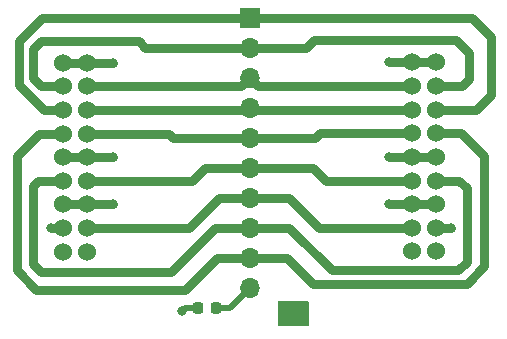
<source format=gtl>
G04 #@! TF.GenerationSoftware,KiCad,Pcbnew,7.0.6-0*
G04 #@! TF.CreationDate,2023-11-15T10:51:59-05:00*
G04 #@! TF.ProjectId,AntSniffer,416e7453-6e69-4666-9665-722e6b696361,rev?*
G04 #@! TF.SameCoordinates,Original*
G04 #@! TF.FileFunction,Copper,L1,Top*
G04 #@! TF.FilePolarity,Positive*
%FSLAX46Y46*%
G04 Gerber Fmt 4.6, Leading zero omitted, Abs format (unit mm)*
G04 Created by KiCad (PCBNEW 7.0.6-0) date 2023-11-15 10:51:59*
%MOMM*%
%LPD*%
G01*
G04 APERTURE LIST*
G04 Aperture macros list*
%AMRoundRect*
0 Rectangle with rounded corners*
0 $1 Rounding radius*
0 $2 $3 $4 $5 $6 $7 $8 $9 X,Y pos of 4 corners*
0 Add a 4 corners polygon primitive as box body*
4,1,4,$2,$3,$4,$5,$6,$7,$8,$9,$2,$3,0*
0 Add four circle primitives for the rounded corners*
1,1,$1+$1,$2,$3*
1,1,$1+$1,$4,$5*
1,1,$1+$1,$6,$7*
1,1,$1+$1,$8,$9*
0 Add four rect primitives between the rounded corners*
20,1,$1+$1,$2,$3,$4,$5,0*
20,1,$1+$1,$4,$5,$6,$7,0*
20,1,$1+$1,$6,$7,$8,$9,0*
20,1,$1+$1,$8,$9,$2,$3,0*%
G04 Aperture macros list end*
G04 #@! TA.AperFunction,ComponentPad*
%ADD10R,1.700000X1.700000*%
G04 #@! TD*
G04 #@! TA.AperFunction,ComponentPad*
%ADD11O,1.700000X1.700000*%
G04 #@! TD*
G04 #@! TA.AperFunction,ComponentPad*
%ADD12C,1.524000*%
G04 #@! TD*
G04 #@! TA.AperFunction,SMDPad,CuDef*
%ADD13RoundRect,0.218750X-0.218750X-0.256250X0.218750X-0.256250X0.218750X0.256250X-0.218750X0.256250X0*%
G04 #@! TD*
G04 #@! TA.AperFunction,ViaPad*
%ADD14C,0.800000*%
G04 #@! TD*
G04 #@! TA.AperFunction,Conductor*
%ADD15C,0.750000*%
G04 #@! TD*
G04 #@! TA.AperFunction,Conductor*
%ADD16C,0.250000*%
G04 #@! TD*
G04 #@! TA.AperFunction,Conductor*
%ADD17C,0.500000*%
G04 #@! TD*
G04 APERTURE END LIST*
D10*
X168579800Y-45979000D03*
D11*
X168579800Y-48519000D03*
X168579800Y-51059000D03*
X168579800Y-53599000D03*
X168579800Y-56139000D03*
X168579800Y-58679000D03*
X168579800Y-61219000D03*
X168579800Y-63759000D03*
X168579800Y-66299000D03*
X168579800Y-68839000D03*
D12*
X182301000Y-49759600D03*
X184300000Y-49759600D03*
X182301000Y-51758600D03*
X184300000Y-51758600D03*
X182300000Y-53759600D03*
X184300000Y-53759600D03*
X182300000Y-55759600D03*
X184300000Y-55759600D03*
X182300000Y-57759600D03*
X184300000Y-57759600D03*
X182300000Y-59759600D03*
X184300000Y-59759600D03*
X182300000Y-61759600D03*
X184300000Y-61759600D03*
X182300000Y-63759600D03*
X184300000Y-63759600D03*
X182300000Y-65759600D03*
X184300000Y-65759600D03*
D13*
X164160100Y-70561200D03*
X165735100Y-70561200D03*
D12*
X154769000Y-49771800D03*
X152770000Y-49771800D03*
X154769000Y-51770800D03*
X152770000Y-51770800D03*
X154770000Y-53771800D03*
X152770000Y-53771800D03*
X154770000Y-55771800D03*
X152770000Y-55771800D03*
X154770000Y-57771800D03*
X152770000Y-57771800D03*
X154770000Y-59771800D03*
X152770000Y-59771800D03*
X154770000Y-61771800D03*
X152770000Y-61771800D03*
X154770000Y-63771800D03*
X152770000Y-63771800D03*
X154770000Y-65771800D03*
X152770000Y-65771800D03*
D14*
X180340000Y-61759600D03*
X180340000Y-49759600D03*
X185600000Y-63759600D03*
X151765000Y-63804800D03*
X162814000Y-70840600D03*
X172212000Y-71069200D03*
X157000000Y-57771800D03*
X180340000Y-57759600D03*
X157000000Y-49771800D03*
X157000000Y-61771800D03*
D15*
X188976000Y-52527200D02*
X188976000Y-47599600D01*
X188976000Y-47599600D02*
X187355400Y-45979000D01*
X182300000Y-61759600D02*
X184300000Y-61759600D01*
X180340000Y-61759600D02*
X182300000Y-61759600D01*
X182301000Y-49759600D02*
X184300000Y-49759600D01*
X180340000Y-49759600D02*
X182301000Y-49759600D01*
X174402000Y-63759600D02*
X171861400Y-61219000D01*
X156814800Y-63771800D02*
X163380400Y-63771800D01*
X165933200Y-61219000D02*
X168579800Y-61219000D01*
X182300000Y-63759600D02*
X180239900Y-63759600D01*
X154770000Y-63771800D02*
X156814800Y-63771800D01*
X163380400Y-63771800D02*
X165933200Y-61219000D01*
D16*
X156827000Y-63759600D02*
X156814800Y-63771800D01*
D15*
X171861400Y-61219000D02*
X168579800Y-61219000D01*
X180239900Y-63759600D02*
X174402000Y-63759600D01*
X184300000Y-63759600D02*
X185600000Y-63759600D01*
D16*
X151798000Y-63771800D02*
X151765000Y-63804800D01*
D17*
X166857600Y-70561200D02*
X168579800Y-68839000D01*
D15*
X152770000Y-63771800D02*
X151798000Y-63771800D01*
D17*
X165735100Y-70561200D02*
X166857600Y-70561200D01*
D15*
X154770000Y-61771800D02*
X152770000Y-61771800D01*
X180340000Y-57759600D02*
X182300000Y-57759600D01*
X157000000Y-61771800D02*
X154770000Y-61771800D01*
X154769000Y-49771800D02*
X157000000Y-49771800D01*
D17*
X163093400Y-70561200D02*
X162814000Y-70840600D01*
D15*
X182300000Y-57759600D02*
X184300000Y-57759600D01*
X154770000Y-57771800D02*
X152770000Y-57771800D01*
D17*
X164160100Y-70561200D02*
X163093400Y-70561200D01*
D15*
X157000000Y-57771800D02*
X154770000Y-57771800D01*
X154769000Y-49771800D02*
X152770000Y-49771800D01*
D16*
X186516800Y-51758600D02*
X186517800Y-51759600D01*
D15*
X150215600Y-51054000D02*
X150215600Y-48615600D01*
X184300000Y-51758600D02*
X186516800Y-51758600D01*
X187121800Y-48971200D02*
X186029600Y-47879000D01*
X150933400Y-51771800D02*
X150215600Y-51054000D01*
X187121800Y-51155600D02*
X187121800Y-48971200D01*
X173964600Y-47879000D02*
X173324600Y-48519000D01*
D16*
X150934400Y-51770800D02*
X150933400Y-51771800D01*
D15*
X159181800Y-47980600D02*
X159720200Y-48519000D01*
X150215600Y-48615600D02*
X150850600Y-47980600D01*
X186517800Y-51759600D02*
X187121800Y-51155600D01*
X150850600Y-47980600D02*
X159181800Y-47980600D01*
X159720200Y-48519000D02*
X168579800Y-48519000D01*
X152770000Y-51770800D02*
X150934400Y-51770800D01*
X173324600Y-48519000D02*
X168579800Y-48519000D01*
X186029600Y-47879000D02*
X173964600Y-47879000D01*
D16*
X182301000Y-51758600D02*
X182300000Y-51759600D01*
X156813800Y-51770800D02*
X156814800Y-51771800D01*
D15*
X154769000Y-51770800D02*
X156813800Y-51770800D01*
X156814800Y-51771800D02*
X167867000Y-51771800D01*
X168579800Y-51059000D02*
X169280400Y-51759600D01*
X182300000Y-51759600D02*
X169280400Y-51759600D01*
X167867000Y-51771800D02*
X168579800Y-51059000D01*
X149021800Y-47904400D02*
X150947200Y-45979000D01*
X151104600Y-53771800D02*
X149021800Y-51689000D01*
X149021800Y-51689000D02*
X149021800Y-47904400D01*
X187743600Y-53759600D02*
X188976000Y-52527200D01*
X151104600Y-53771800D02*
X152770000Y-53771800D01*
X184349900Y-53759600D02*
X187743600Y-53759600D01*
X150947200Y-45979000D02*
X168579800Y-45979000D01*
X168579800Y-45979000D02*
X187355400Y-45979000D01*
X180239900Y-53759600D02*
X168740400Y-53759600D01*
X156814800Y-53771800D02*
X168407000Y-53771800D01*
D16*
X168407000Y-53771800D02*
X168579800Y-53599000D01*
D15*
X182300000Y-53759600D02*
X180239900Y-53759600D01*
X154770000Y-53771800D02*
X156814800Y-53771800D01*
D16*
X156827000Y-53759600D02*
X156814800Y-53771800D01*
X168740400Y-53759600D02*
X168579800Y-53599000D01*
D15*
X148818600Y-57708800D02*
X148818600Y-67310000D01*
X148818600Y-67310000D02*
X150495000Y-68986400D01*
X184300000Y-55759600D02*
X186493400Y-55759600D01*
X150495000Y-68986400D02*
X163093400Y-68986400D01*
X171734400Y-66299000D02*
X168579800Y-66299000D01*
X188391800Y-67030600D02*
X186944000Y-68478400D01*
X186493400Y-55759600D02*
X188391800Y-57658000D01*
X188391800Y-57658000D02*
X188391800Y-67030600D01*
X150755600Y-55771800D02*
X148818600Y-57708800D01*
X163093400Y-68986400D02*
X165780800Y-66299000D01*
X173913800Y-68478400D02*
X171734400Y-66299000D01*
X165780800Y-66299000D02*
X168579800Y-66299000D01*
X152770000Y-55771800D02*
X150755600Y-55771800D01*
X186944000Y-68478400D02*
X173913800Y-68478400D01*
X168579800Y-56139000D02*
X174112000Y-56139000D01*
X162057000Y-56139000D02*
X161689800Y-55771800D01*
X154770000Y-55771800D02*
X156814800Y-55771800D01*
X174112000Y-56139000D02*
X174491400Y-55759600D01*
D16*
X180227700Y-55771800D02*
X180239900Y-55759600D01*
D15*
X161689800Y-55771800D02*
X156814800Y-55771800D01*
X182300000Y-55759600D02*
X180239900Y-55759600D01*
X168579800Y-56139000D02*
X162057000Y-56139000D01*
X174491400Y-55759600D02*
X180239900Y-55759600D01*
X150876000Y-67487800D02*
X161874200Y-67487800D01*
X186232800Y-67360800D02*
X175514000Y-67360800D01*
X186918600Y-60401200D02*
X186918600Y-66675000D01*
X186918600Y-66675000D02*
X186232800Y-67360800D01*
X161874200Y-67487800D02*
X165603000Y-63759000D01*
X186277000Y-59759600D02*
X186918600Y-60401200D01*
X150667200Y-59771800D02*
X152770000Y-59771800D01*
X150241000Y-66852800D02*
X150876000Y-67487800D01*
X175514000Y-67360800D02*
X171912200Y-63759000D01*
X171912200Y-63759000D02*
X168579800Y-63759000D01*
X150667200Y-59771800D02*
X150241000Y-60198000D01*
X150241000Y-60198000D02*
X150241000Y-66852800D01*
X184300000Y-59759600D02*
X186277000Y-59759600D01*
X165603000Y-63759000D02*
X168579800Y-63759000D01*
X180239900Y-59759600D02*
X174999400Y-59759600D01*
D16*
X180227700Y-59771800D02*
X180239900Y-59759600D01*
D15*
X156814800Y-59771800D02*
X163672000Y-59771800D01*
X163672000Y-59771800D02*
X164764800Y-58679000D01*
X154770000Y-59771800D02*
X156814800Y-59771800D01*
X164764800Y-58679000D02*
X168579800Y-58679000D01*
X174999400Y-59759600D02*
X173918800Y-58679000D01*
X182300000Y-59759600D02*
X180239900Y-59759600D01*
X173918800Y-58679000D02*
X168579800Y-58679000D01*
G04 #@! TA.AperFunction,Conductor*
G36*
X173501239Y-69945885D02*
G01*
X173546994Y-69998689D01*
X173558200Y-70050200D01*
X173558200Y-71986600D01*
X173538515Y-72053639D01*
X173485711Y-72099394D01*
X173434200Y-72110600D01*
X171091400Y-72110600D01*
X171024361Y-72090915D01*
X170978606Y-72038111D01*
X170967400Y-71986600D01*
X170967400Y-70050200D01*
X170987085Y-69983161D01*
X171039889Y-69937406D01*
X171091400Y-69926200D01*
X173434200Y-69926200D01*
X173501239Y-69945885D01*
G37*
G04 #@! TD.AperFunction*
M02*

</source>
